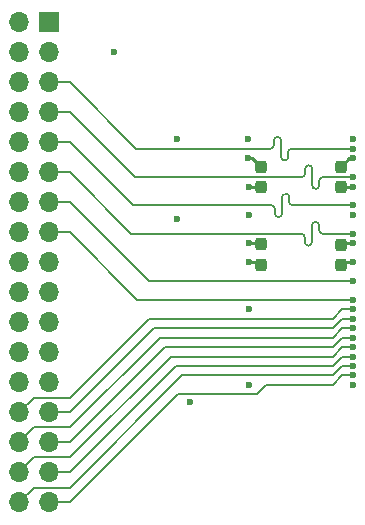
<source format=gbl>
G04 #@! TF.GenerationSoftware,KiCad,Pcbnew,6.0.1*
G04 #@! TF.CreationDate,2022-02-15T02:13:10-08:00*
G04 #@! TF.ProjectId,iCE40-SDRAM,69434534-302d-4534-9452-414d2e6b6963,rev?*
G04 #@! TF.SameCoordinates,Original*
G04 #@! TF.FileFunction,Copper,L4,Bot*
G04 #@! TF.FilePolarity,Positive*
%FSLAX46Y46*%
G04 Gerber Fmt 4.6, Leading zero omitted, Abs format (unit mm)*
G04 Created by KiCad (PCBNEW 6.0.1) date 2022-02-15 02:13:10*
%MOMM*%
%LPD*%
G01*
G04 APERTURE LIST*
G04 Aperture macros list*
%AMRoundRect*
0 Rectangle with rounded corners*
0 $1 Rounding radius*
0 $2 $3 $4 $5 $6 $7 $8 $9 X,Y pos of 4 corners*
0 Add a 4 corners polygon primitive as box body*
4,1,4,$2,$3,$4,$5,$6,$7,$8,$9,$2,$3,0*
0 Add four circle primitives for the rounded corners*
1,1,$1+$1,$2,$3*
1,1,$1+$1,$4,$5*
1,1,$1+$1,$6,$7*
1,1,$1+$1,$8,$9*
0 Add four rect primitives between the rounded corners*
20,1,$1+$1,$2,$3,$4,$5,0*
20,1,$1+$1,$4,$5,$6,$7,0*
20,1,$1+$1,$6,$7,$8,$9,0*
20,1,$1+$1,$8,$9,$2,$3,0*%
G04 Aperture macros list end*
G04 #@! TA.AperFunction,SMDPad,CuDef*
%ADD10RoundRect,0.237500X-0.237500X0.300000X-0.237500X-0.300000X0.237500X-0.300000X0.237500X0.300000X0*%
G04 #@! TD*
G04 #@! TA.AperFunction,SMDPad,CuDef*
%ADD11RoundRect,0.237500X0.237500X-0.300000X0.237500X0.300000X-0.237500X0.300000X-0.237500X-0.300000X0*%
G04 #@! TD*
G04 #@! TA.AperFunction,ComponentPad*
%ADD12O,1.700000X1.700000*%
G04 #@! TD*
G04 #@! TA.AperFunction,ComponentPad*
%ADD13R,1.700000X1.700000*%
G04 #@! TD*
G04 #@! TA.AperFunction,ViaPad*
%ADD14C,0.600000*%
G04 #@! TD*
G04 #@! TA.AperFunction,Conductor*
%ADD15C,0.127000*%
G04 #@! TD*
G04 #@! TA.AperFunction,Conductor*
%ADD16C,0.254000*%
G04 #@! TD*
G04 APERTURE END LIST*
D10*
X149245000Y-73367500D03*
X149245000Y-75092500D03*
D11*
X142535000Y-75072500D03*
X142535000Y-73347500D03*
X149245000Y-68502500D03*
X149245000Y-66777500D03*
D10*
X142525000Y-68500000D03*
X142525000Y-66775000D03*
D12*
X122000000Y-95190000D03*
X124540000Y-95190000D03*
X122000000Y-92650000D03*
X124540000Y-92650000D03*
X122000000Y-90110000D03*
X124540000Y-90110000D03*
X122000000Y-87570000D03*
X124540000Y-87570000D03*
X122000000Y-85030000D03*
X124540000Y-85030000D03*
X122000000Y-82490000D03*
X124540000Y-82490000D03*
X122000000Y-79950000D03*
X124540000Y-79950000D03*
X122000000Y-77410000D03*
X124540000Y-77410000D03*
X122000000Y-74870000D03*
X124540000Y-74870000D03*
X122000000Y-72330000D03*
X124540000Y-72330000D03*
X122000000Y-69790000D03*
X124540000Y-69790000D03*
X122000000Y-67250000D03*
X124540000Y-67250000D03*
X122000000Y-64710000D03*
X124540000Y-64710000D03*
X122000000Y-62170000D03*
X124540000Y-62170000D03*
X122000000Y-59630000D03*
X124540000Y-59630000D03*
X122000000Y-57090000D03*
X124540000Y-57090000D03*
X122000000Y-54550000D03*
D13*
X124540000Y-54550000D03*
D14*
X136530000Y-86660000D03*
X135420000Y-71230000D03*
X135420000Y-64440000D03*
X130040000Y-57090000D03*
X150315000Y-84440000D03*
X150315000Y-83630000D03*
X150315000Y-82840000D03*
X150315000Y-82040000D03*
X150315000Y-81240000D03*
X150315000Y-80440000D03*
X150315000Y-79640000D03*
X150315000Y-78840000D03*
X150305000Y-78040000D03*
X150315000Y-76440000D03*
X150315000Y-72440000D03*
X150315000Y-70040000D03*
X150325000Y-67640000D03*
X150325000Y-65240000D03*
X141445000Y-66030000D03*
X150315000Y-64440000D03*
X150315000Y-66040000D03*
X150315000Y-68440000D03*
X150315000Y-70840000D03*
X150315000Y-73240000D03*
X150315000Y-74840000D03*
X150315000Y-85240000D03*
X141465000Y-85240000D03*
X141455000Y-78840000D03*
X141465000Y-74840000D03*
X141465000Y-70840000D03*
X141455000Y-73240000D03*
X141455000Y-68440000D03*
X141445000Y-64440000D03*
D15*
X147420000Y-71740000D02*
X147420000Y-72140000D01*
X147946523Y-72440000D02*
X150315000Y-72440000D01*
X146220000Y-72740000D02*
X146220000Y-73140000D01*
X126340000Y-67250000D02*
X131530000Y-72440000D01*
X131530000Y-72440000D02*
X145920000Y-72440000D01*
X146820000Y-73140000D02*
X146820000Y-72740000D01*
X124540000Y-67250000D02*
X126340000Y-67250000D01*
X146820000Y-72740000D02*
X146820000Y-71740000D01*
X147420000Y-71740000D02*
G75*
G03*
X147120000Y-71440000I-300000J0D01*
G01*
X147120000Y-71440000D02*
G75*
G03*
X146820000Y-71740000I0J-300000D01*
G01*
X146820000Y-73140000D02*
G75*
G02*
X146520000Y-73440000I-300000J0D01*
G01*
X147720000Y-72440000D02*
G75*
G02*
X147420000Y-72140000I0J300000D01*
G01*
X146520000Y-73440000D02*
G75*
G02*
X146220000Y-73140000I0J300000D01*
G01*
X146220000Y-72740000D02*
G75*
G03*
X145920000Y-72440000I-300000J0D01*
G01*
X147720000Y-72440000D02*
X147946523Y-72440000D01*
X146840000Y-67340000D02*
X146840000Y-68340000D01*
X147440000Y-68340000D02*
X147440000Y-67940000D01*
X147740000Y-67640000D02*
G75*
G03*
X147440000Y-67940000I0J-300000D01*
G01*
X131810000Y-67640000D02*
X145940000Y-67640000D01*
X146240000Y-67340000D02*
G75*
G02*
X145940000Y-67640000I-300000J0D01*
G01*
X126340000Y-62170000D02*
X131810000Y-67640000D01*
X146840000Y-66940000D02*
X146840000Y-67340000D01*
X124540000Y-62170000D02*
X126340000Y-62170000D01*
X146840000Y-66940000D02*
G75*
G03*
X146540000Y-66640000I-300000J0D01*
G01*
X147440000Y-68340000D02*
G75*
G02*
X147140000Y-68640000I-300000J0D01*
G01*
X147140000Y-68640000D02*
G75*
G02*
X146840000Y-68340000I0J300000D01*
G01*
X146540000Y-66640000D02*
G75*
G03*
X146240000Y-66940000I0J-300000D01*
G01*
X146240000Y-67340000D02*
X146240000Y-66940000D01*
X147740000Y-67640000D02*
X148252930Y-67640000D01*
X148252930Y-67640000D02*
X150325000Y-67640000D01*
X144900000Y-69340000D02*
X144900000Y-69740000D01*
X144900000Y-69340000D02*
G75*
G03*
X144600000Y-69040000I-300000J0D01*
G01*
X144300000Y-70340000D02*
X144300000Y-69340000D01*
X143700000Y-70340000D02*
X143700000Y-70740000D01*
X144600000Y-69040000D02*
G75*
G03*
X144300000Y-69340000I0J-300000D01*
G01*
X144300000Y-70740000D02*
G75*
G02*
X144000000Y-71040000I-300000J0D01*
G01*
X131670000Y-70040000D02*
X143400000Y-70040000D01*
X126340000Y-64710000D02*
X131670000Y-70040000D01*
X145200000Y-70040000D02*
G75*
G02*
X144900000Y-69740000I0J300000D01*
G01*
X144300000Y-70740000D02*
X144300000Y-70340000D01*
X145422918Y-70040000D02*
X150315000Y-70040000D01*
X124540000Y-64710000D02*
X126340000Y-64710000D01*
X144000000Y-71040000D02*
G75*
G02*
X143700000Y-70740000I0J300000D01*
G01*
X143700000Y-70340000D02*
G75*
G03*
X143400000Y-70040000I-300000J0D01*
G01*
X145200000Y-70040000D02*
X145422918Y-70040000D01*
X144810000Y-65940000D02*
X144810000Y-65540000D01*
X144210000Y-64540000D02*
G75*
G03*
X143910000Y-64240000I-300000J0D01*
G01*
X144210000Y-64940000D02*
X144210000Y-65940000D01*
X144210000Y-64540000D02*
X144210000Y-64940000D01*
X131950000Y-65240000D02*
X143310000Y-65240000D01*
X124540000Y-59630000D02*
X126340000Y-59630000D01*
X144510000Y-66240000D02*
G75*
G02*
X144210000Y-65940000I0J300000D01*
G01*
X126340000Y-59630000D02*
X131950000Y-65240000D01*
X143610000Y-64940000D02*
X143610000Y-64540000D01*
X145110000Y-65240000D02*
G75*
G03*
X144810000Y-65540000I0J-300000D01*
G01*
X144810000Y-65940000D02*
G75*
G02*
X144510000Y-66240000I-300000J0D01*
G01*
X145110000Y-65240000D02*
X145561227Y-65240000D01*
X143910000Y-64240000D02*
G75*
G03*
X143610000Y-64540000I0J-300000D01*
G01*
X143610000Y-64940000D02*
G75*
G02*
X143310000Y-65240000I-300000J0D01*
G01*
X145561227Y-65240000D02*
X150325000Y-65240000D01*
X148607500Y-85237500D02*
X149405000Y-84440000D01*
X135500000Y-86030000D02*
X142140000Y-86030000D01*
X148607500Y-85237500D02*
X142932500Y-85237500D01*
X142932500Y-85237500D02*
X142140000Y-86030000D01*
X124540000Y-95190000D02*
X126340000Y-95190000D01*
X126340000Y-95190000D02*
X135500000Y-86030000D01*
X149405000Y-84440000D02*
X150315000Y-84440000D01*
X150315000Y-81240000D02*
X149405000Y-81240000D01*
X134410000Y-82040000D02*
X126340000Y-90110000D01*
X149405000Y-81240000D02*
X148605000Y-82040000D01*
X148605000Y-82040000D02*
X134410000Y-82040000D01*
X126340000Y-90110000D02*
X124540000Y-90110000D01*
X150315000Y-82040000D02*
X149405000Y-82040000D01*
X149405000Y-82040000D02*
X148605000Y-82840000D01*
X148605000Y-82840000D02*
X134880000Y-82840000D01*
X134880000Y-82840000D02*
X126340000Y-91380000D01*
X126340000Y-91380000D02*
X123270000Y-91380000D01*
X123270000Y-91380000D02*
X122000000Y-92650000D01*
X150315000Y-82840000D02*
X149405000Y-82840000D01*
X149405000Y-82840000D02*
X148605000Y-83640000D01*
X148605000Y-83640000D02*
X135350000Y-83640000D01*
X135350000Y-83640000D02*
X126340000Y-92650000D01*
X126340000Y-92650000D02*
X124540000Y-92650000D01*
X150315000Y-83630000D02*
X149405000Y-83630000D01*
X123260000Y-93930000D02*
X122000000Y-95190000D01*
X149405000Y-83630000D02*
X148595000Y-84440000D01*
X148595000Y-84440000D02*
X135830000Y-84440000D01*
X126340000Y-93930000D02*
X123260000Y-93930000D01*
X135830000Y-84440000D02*
X126340000Y-93930000D01*
X150315000Y-80440000D02*
X149405000Y-80440000D01*
X149405000Y-80440000D02*
X148605000Y-81240000D01*
X148605000Y-81240000D02*
X133940000Y-81240000D01*
X133940000Y-81240000D02*
X126340000Y-88840000D01*
X126340000Y-88840000D02*
X123270000Y-88840000D01*
X123270000Y-88840000D02*
X122000000Y-90110000D01*
X124540000Y-87570000D02*
X126340000Y-87570000D01*
X126340000Y-87570000D02*
X133480000Y-80430000D01*
X133480000Y-80430000D02*
X148615000Y-80430000D01*
X148615000Y-80430000D02*
X149405000Y-79640000D01*
X149405000Y-79640000D02*
X150315000Y-79640000D01*
X122000000Y-87570000D02*
X123250000Y-86320000D01*
X123250000Y-86320000D02*
X126340000Y-86320000D01*
X126340000Y-86320000D02*
X133020000Y-79640000D01*
X133020000Y-79640000D02*
X148605000Y-79640000D01*
X148605000Y-79640000D02*
X149405000Y-78840000D01*
X149405000Y-78840000D02*
X150315000Y-78840000D01*
X124540000Y-72330000D02*
X126340000Y-72330000D01*
X126340000Y-72330000D02*
X132050000Y-78040000D01*
X132050000Y-78040000D02*
X150305000Y-78040000D01*
X124540000Y-69790000D02*
X126340000Y-69790000D01*
X126340000Y-69790000D02*
X132990000Y-76440000D01*
X132990000Y-76440000D02*
X150315000Y-76440000D01*
D16*
X150315000Y-74840000D02*
X149497500Y-74840000D01*
X149497500Y-74840000D02*
X149245000Y-75092500D01*
X150315000Y-73240000D02*
X149372500Y-73240000D01*
X149372500Y-73240000D02*
X149245000Y-73367500D01*
X141465000Y-74840000D02*
X142302500Y-74840000D01*
X142302500Y-74840000D02*
X142535000Y-75072500D01*
X141455000Y-73240000D02*
X142427500Y-73240000D01*
X142427500Y-73240000D02*
X142535000Y-73347500D01*
X141445000Y-66030000D02*
X141780000Y-66030000D01*
X141780000Y-66030000D02*
X142525000Y-66775000D01*
X141455000Y-68440000D02*
X142465000Y-68440000D01*
X142465000Y-68440000D02*
X142525000Y-68500000D01*
X150315000Y-68440000D02*
X149307500Y-68440000D01*
X149307500Y-68440000D02*
X149245000Y-68502500D01*
X150315000Y-66040000D02*
X149982500Y-66040000D01*
X149982500Y-66040000D02*
X149245000Y-66777500D01*
M02*

</source>
